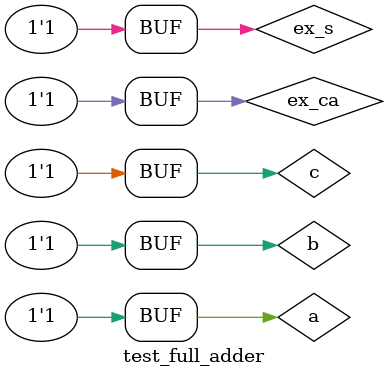
<source format=v>
module test_full_adder();
   reg a, b, c;
   wire ca, s;

   reg 	ex_ca, ex_s;

   full_adder u1(ca, s, a, b, c);
   
   initial
     begin
	a = 0;
	b = 0;
	c = 0;
	ex_ca = 0;
	ex_s = 0;

	#1
	a = 1;
	b = 0;
	c = 0;
	ex_ca = 0;
	ex_s = 1;

	#1
	a = 0;
	b = 1;
	c = 0;
	ex_ca = 0;
	ex_s = 1;

	#1
	a = 1;
	b = 1;
	c = 0;
	ex_ca = 1;
	ex_s = 0;

	#1
	a = 0;
	b = 0;
	c = 1;
	ex_ca = 0;
	ex_s = 1;

	#1
	a = 1;
	b = 0;
	c = 1;
	ex_ca = 1;
	ex_s = 0;

	#1
	a = 0;
	b = 1;
	c = 1;
	ex_ca = 1;
	ex_s = 0;

	#1
	a = 1;
	b = 1;
	c = 1;
	ex_ca = 1;
	ex_s = 1;
     end

   initial
     $monitor("full_adder %d %b %b %b (%b %b) (%b %b)", $time, a, b, c, ca, ex_ca, s, ex_s);
   
endmodule

</source>
